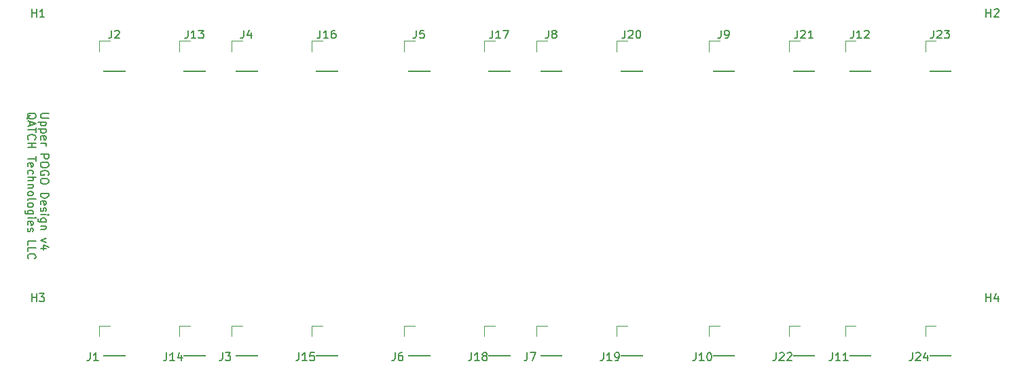
<source format=gbr>
%TF.GenerationSoftware,KiCad,Pcbnew,8.0.3*%
%TF.CreationDate,2024-06-21T15:22:52-04:00*%
%TF.ProjectId,UpperPOGO,55707065-7250-44f4-974f-2e6b69636164,v4*%
%TF.SameCoordinates,Original*%
%TF.FileFunction,Legend,Top*%
%TF.FilePolarity,Positive*%
%FSLAX46Y46*%
G04 Gerber Fmt 4.6, Leading zero omitted, Abs format (unit mm)*
G04 Created by KiCad (PCBNEW 8.0.3) date 2024-06-21 15:22:52*
%MOMM*%
%LPD*%
G01*
G04 APERTURE LIST*
%ADD10C,0.150000*%
%ADD11C,0.120000*%
G04 APERTURE END LIST*
D10*
X87833402Y-74699873D02*
X87023879Y-74699873D01*
X87023879Y-74699873D02*
X86928641Y-74747492D01*
X86928641Y-74747492D02*
X86881022Y-74795111D01*
X86881022Y-74795111D02*
X86833402Y-74890349D01*
X86833402Y-74890349D02*
X86833402Y-75080825D01*
X86833402Y-75080825D02*
X86881022Y-75176063D01*
X86881022Y-75176063D02*
X86928641Y-75223682D01*
X86928641Y-75223682D02*
X87023879Y-75271301D01*
X87023879Y-75271301D02*
X87833402Y-75271301D01*
X87500069Y-75747492D02*
X86500069Y-75747492D01*
X87452450Y-75747492D02*
X87500069Y-75842730D01*
X87500069Y-75842730D02*
X87500069Y-76033206D01*
X87500069Y-76033206D02*
X87452450Y-76128444D01*
X87452450Y-76128444D02*
X87404831Y-76176063D01*
X87404831Y-76176063D02*
X87309593Y-76223682D01*
X87309593Y-76223682D02*
X87023879Y-76223682D01*
X87023879Y-76223682D02*
X86928641Y-76176063D01*
X86928641Y-76176063D02*
X86881022Y-76128444D01*
X86881022Y-76128444D02*
X86833402Y-76033206D01*
X86833402Y-76033206D02*
X86833402Y-75842730D01*
X86833402Y-75842730D02*
X86881022Y-75747492D01*
X87500069Y-76652254D02*
X86500069Y-76652254D01*
X87452450Y-76652254D02*
X87500069Y-76747492D01*
X87500069Y-76747492D02*
X87500069Y-76937968D01*
X87500069Y-76937968D02*
X87452450Y-77033206D01*
X87452450Y-77033206D02*
X87404831Y-77080825D01*
X87404831Y-77080825D02*
X87309593Y-77128444D01*
X87309593Y-77128444D02*
X87023879Y-77128444D01*
X87023879Y-77128444D02*
X86928641Y-77080825D01*
X86928641Y-77080825D02*
X86881022Y-77033206D01*
X86881022Y-77033206D02*
X86833402Y-76937968D01*
X86833402Y-76937968D02*
X86833402Y-76747492D01*
X86833402Y-76747492D02*
X86881022Y-76652254D01*
X86881022Y-77937968D02*
X86833402Y-77842730D01*
X86833402Y-77842730D02*
X86833402Y-77652254D01*
X86833402Y-77652254D02*
X86881022Y-77557016D01*
X86881022Y-77557016D02*
X86976260Y-77509397D01*
X86976260Y-77509397D02*
X87357212Y-77509397D01*
X87357212Y-77509397D02*
X87452450Y-77557016D01*
X87452450Y-77557016D02*
X87500069Y-77652254D01*
X87500069Y-77652254D02*
X87500069Y-77842730D01*
X87500069Y-77842730D02*
X87452450Y-77937968D01*
X87452450Y-77937968D02*
X87357212Y-77985587D01*
X87357212Y-77985587D02*
X87261974Y-77985587D01*
X87261974Y-77985587D02*
X87166736Y-77509397D01*
X86833402Y-78414159D02*
X87500069Y-78414159D01*
X87309593Y-78414159D02*
X87404831Y-78461778D01*
X87404831Y-78461778D02*
X87452450Y-78509397D01*
X87452450Y-78509397D02*
X87500069Y-78604635D01*
X87500069Y-78604635D02*
X87500069Y-78699873D01*
X86833402Y-79795112D02*
X87833402Y-79795112D01*
X87833402Y-79795112D02*
X87833402Y-80176064D01*
X87833402Y-80176064D02*
X87785783Y-80271302D01*
X87785783Y-80271302D02*
X87738164Y-80318921D01*
X87738164Y-80318921D02*
X87642926Y-80366540D01*
X87642926Y-80366540D02*
X87500069Y-80366540D01*
X87500069Y-80366540D02*
X87404831Y-80318921D01*
X87404831Y-80318921D02*
X87357212Y-80271302D01*
X87357212Y-80271302D02*
X87309593Y-80176064D01*
X87309593Y-80176064D02*
X87309593Y-79795112D01*
X87833402Y-80985588D02*
X87833402Y-81176064D01*
X87833402Y-81176064D02*
X87785783Y-81271302D01*
X87785783Y-81271302D02*
X87690545Y-81366540D01*
X87690545Y-81366540D02*
X87500069Y-81414159D01*
X87500069Y-81414159D02*
X87166736Y-81414159D01*
X87166736Y-81414159D02*
X86976260Y-81366540D01*
X86976260Y-81366540D02*
X86881022Y-81271302D01*
X86881022Y-81271302D02*
X86833402Y-81176064D01*
X86833402Y-81176064D02*
X86833402Y-80985588D01*
X86833402Y-80985588D02*
X86881022Y-80890350D01*
X86881022Y-80890350D02*
X86976260Y-80795112D01*
X86976260Y-80795112D02*
X87166736Y-80747493D01*
X87166736Y-80747493D02*
X87500069Y-80747493D01*
X87500069Y-80747493D02*
X87690545Y-80795112D01*
X87690545Y-80795112D02*
X87785783Y-80890350D01*
X87785783Y-80890350D02*
X87833402Y-80985588D01*
X87785783Y-82366540D02*
X87833402Y-82271302D01*
X87833402Y-82271302D02*
X87833402Y-82128445D01*
X87833402Y-82128445D02*
X87785783Y-81985588D01*
X87785783Y-81985588D02*
X87690545Y-81890350D01*
X87690545Y-81890350D02*
X87595307Y-81842731D01*
X87595307Y-81842731D02*
X87404831Y-81795112D01*
X87404831Y-81795112D02*
X87261974Y-81795112D01*
X87261974Y-81795112D02*
X87071498Y-81842731D01*
X87071498Y-81842731D02*
X86976260Y-81890350D01*
X86976260Y-81890350D02*
X86881022Y-81985588D01*
X86881022Y-81985588D02*
X86833402Y-82128445D01*
X86833402Y-82128445D02*
X86833402Y-82223683D01*
X86833402Y-82223683D02*
X86881022Y-82366540D01*
X86881022Y-82366540D02*
X86928641Y-82414159D01*
X86928641Y-82414159D02*
X87261974Y-82414159D01*
X87261974Y-82414159D02*
X87261974Y-82223683D01*
X87833402Y-83033207D02*
X87833402Y-83223683D01*
X87833402Y-83223683D02*
X87785783Y-83318921D01*
X87785783Y-83318921D02*
X87690545Y-83414159D01*
X87690545Y-83414159D02*
X87500069Y-83461778D01*
X87500069Y-83461778D02*
X87166736Y-83461778D01*
X87166736Y-83461778D02*
X86976260Y-83414159D01*
X86976260Y-83414159D02*
X86881022Y-83318921D01*
X86881022Y-83318921D02*
X86833402Y-83223683D01*
X86833402Y-83223683D02*
X86833402Y-83033207D01*
X86833402Y-83033207D02*
X86881022Y-82937969D01*
X86881022Y-82937969D02*
X86976260Y-82842731D01*
X86976260Y-82842731D02*
X87166736Y-82795112D01*
X87166736Y-82795112D02*
X87500069Y-82795112D01*
X87500069Y-82795112D02*
X87690545Y-82842731D01*
X87690545Y-82842731D02*
X87785783Y-82937969D01*
X87785783Y-82937969D02*
X87833402Y-83033207D01*
X86833402Y-84652255D02*
X87833402Y-84652255D01*
X87833402Y-84652255D02*
X87833402Y-84890350D01*
X87833402Y-84890350D02*
X87785783Y-85033207D01*
X87785783Y-85033207D02*
X87690545Y-85128445D01*
X87690545Y-85128445D02*
X87595307Y-85176064D01*
X87595307Y-85176064D02*
X87404831Y-85223683D01*
X87404831Y-85223683D02*
X87261974Y-85223683D01*
X87261974Y-85223683D02*
X87071498Y-85176064D01*
X87071498Y-85176064D02*
X86976260Y-85128445D01*
X86976260Y-85128445D02*
X86881022Y-85033207D01*
X86881022Y-85033207D02*
X86833402Y-84890350D01*
X86833402Y-84890350D02*
X86833402Y-84652255D01*
X86881022Y-86033207D02*
X86833402Y-85937969D01*
X86833402Y-85937969D02*
X86833402Y-85747493D01*
X86833402Y-85747493D02*
X86881022Y-85652255D01*
X86881022Y-85652255D02*
X86976260Y-85604636D01*
X86976260Y-85604636D02*
X87357212Y-85604636D01*
X87357212Y-85604636D02*
X87452450Y-85652255D01*
X87452450Y-85652255D02*
X87500069Y-85747493D01*
X87500069Y-85747493D02*
X87500069Y-85937969D01*
X87500069Y-85937969D02*
X87452450Y-86033207D01*
X87452450Y-86033207D02*
X87357212Y-86080826D01*
X87357212Y-86080826D02*
X87261974Y-86080826D01*
X87261974Y-86080826D02*
X87166736Y-85604636D01*
X86881022Y-86461779D02*
X86833402Y-86557017D01*
X86833402Y-86557017D02*
X86833402Y-86747493D01*
X86833402Y-86747493D02*
X86881022Y-86842731D01*
X86881022Y-86842731D02*
X86976260Y-86890350D01*
X86976260Y-86890350D02*
X87023879Y-86890350D01*
X87023879Y-86890350D02*
X87119117Y-86842731D01*
X87119117Y-86842731D02*
X87166736Y-86747493D01*
X87166736Y-86747493D02*
X87166736Y-86604636D01*
X87166736Y-86604636D02*
X87214355Y-86509398D01*
X87214355Y-86509398D02*
X87309593Y-86461779D01*
X87309593Y-86461779D02*
X87357212Y-86461779D01*
X87357212Y-86461779D02*
X87452450Y-86509398D01*
X87452450Y-86509398D02*
X87500069Y-86604636D01*
X87500069Y-86604636D02*
X87500069Y-86747493D01*
X87500069Y-86747493D02*
X87452450Y-86842731D01*
X86833402Y-87318922D02*
X87500069Y-87318922D01*
X87833402Y-87318922D02*
X87785783Y-87271303D01*
X87785783Y-87271303D02*
X87738164Y-87318922D01*
X87738164Y-87318922D02*
X87785783Y-87366541D01*
X87785783Y-87366541D02*
X87833402Y-87318922D01*
X87833402Y-87318922D02*
X87738164Y-87318922D01*
X87500069Y-88223683D02*
X86690545Y-88223683D01*
X86690545Y-88223683D02*
X86595307Y-88176064D01*
X86595307Y-88176064D02*
X86547688Y-88128445D01*
X86547688Y-88128445D02*
X86500069Y-88033207D01*
X86500069Y-88033207D02*
X86500069Y-87890350D01*
X86500069Y-87890350D02*
X86547688Y-87795112D01*
X86881022Y-88223683D02*
X86833402Y-88128445D01*
X86833402Y-88128445D02*
X86833402Y-87937969D01*
X86833402Y-87937969D02*
X86881022Y-87842731D01*
X86881022Y-87842731D02*
X86928641Y-87795112D01*
X86928641Y-87795112D02*
X87023879Y-87747493D01*
X87023879Y-87747493D02*
X87309593Y-87747493D01*
X87309593Y-87747493D02*
X87404831Y-87795112D01*
X87404831Y-87795112D02*
X87452450Y-87842731D01*
X87452450Y-87842731D02*
X87500069Y-87937969D01*
X87500069Y-87937969D02*
X87500069Y-88128445D01*
X87500069Y-88128445D02*
X87452450Y-88223683D01*
X87500069Y-88699874D02*
X86833402Y-88699874D01*
X87404831Y-88699874D02*
X87452450Y-88747493D01*
X87452450Y-88747493D02*
X87500069Y-88842731D01*
X87500069Y-88842731D02*
X87500069Y-88985588D01*
X87500069Y-88985588D02*
X87452450Y-89080826D01*
X87452450Y-89080826D02*
X87357212Y-89128445D01*
X87357212Y-89128445D02*
X86833402Y-89128445D01*
X87500069Y-90271303D02*
X86833402Y-90509398D01*
X86833402Y-90509398D02*
X87500069Y-90747493D01*
X87500069Y-91557017D02*
X86833402Y-91557017D01*
X87881022Y-91318922D02*
X87166736Y-91080827D01*
X87166736Y-91080827D02*
X87166736Y-91699874D01*
X85128220Y-75366539D02*
X85175839Y-75271301D01*
X85175839Y-75271301D02*
X85271078Y-75176063D01*
X85271078Y-75176063D02*
X85413935Y-75033206D01*
X85413935Y-75033206D02*
X85461554Y-74937968D01*
X85461554Y-74937968D02*
X85461554Y-74842730D01*
X85223458Y-74890349D02*
X85271078Y-74795111D01*
X85271078Y-74795111D02*
X85366316Y-74699873D01*
X85366316Y-74699873D02*
X85556792Y-74652254D01*
X85556792Y-74652254D02*
X85890125Y-74652254D01*
X85890125Y-74652254D02*
X86080601Y-74699873D01*
X86080601Y-74699873D02*
X86175839Y-74795111D01*
X86175839Y-74795111D02*
X86223458Y-74890349D01*
X86223458Y-74890349D02*
X86223458Y-75080825D01*
X86223458Y-75080825D02*
X86175839Y-75176063D01*
X86175839Y-75176063D02*
X86080601Y-75271301D01*
X86080601Y-75271301D02*
X85890125Y-75318920D01*
X85890125Y-75318920D02*
X85556792Y-75318920D01*
X85556792Y-75318920D02*
X85366316Y-75271301D01*
X85366316Y-75271301D02*
X85271078Y-75176063D01*
X85271078Y-75176063D02*
X85223458Y-75080825D01*
X85223458Y-75080825D02*
X85223458Y-74890349D01*
X85509173Y-75699873D02*
X85509173Y-76176063D01*
X85223458Y-75604635D02*
X86223458Y-75937968D01*
X86223458Y-75937968D02*
X85223458Y-76271301D01*
X86223458Y-76461778D02*
X86223458Y-77033206D01*
X85223458Y-76747492D02*
X86223458Y-76747492D01*
X85318697Y-77937968D02*
X85271078Y-77890349D01*
X85271078Y-77890349D02*
X85223458Y-77747492D01*
X85223458Y-77747492D02*
X85223458Y-77652254D01*
X85223458Y-77652254D02*
X85271078Y-77509397D01*
X85271078Y-77509397D02*
X85366316Y-77414159D01*
X85366316Y-77414159D02*
X85461554Y-77366540D01*
X85461554Y-77366540D02*
X85652030Y-77318921D01*
X85652030Y-77318921D02*
X85794887Y-77318921D01*
X85794887Y-77318921D02*
X85985363Y-77366540D01*
X85985363Y-77366540D02*
X86080601Y-77414159D01*
X86080601Y-77414159D02*
X86175839Y-77509397D01*
X86175839Y-77509397D02*
X86223458Y-77652254D01*
X86223458Y-77652254D02*
X86223458Y-77747492D01*
X86223458Y-77747492D02*
X86175839Y-77890349D01*
X86175839Y-77890349D02*
X86128220Y-77937968D01*
X85223458Y-78366540D02*
X86223458Y-78366540D01*
X85747268Y-78366540D02*
X85747268Y-78937968D01*
X85223458Y-78937968D02*
X86223458Y-78937968D01*
X86223458Y-80033207D02*
X86223458Y-80604635D01*
X85223458Y-80318921D02*
X86223458Y-80318921D01*
X85271078Y-81318921D02*
X85223458Y-81223683D01*
X85223458Y-81223683D02*
X85223458Y-81033207D01*
X85223458Y-81033207D02*
X85271078Y-80937969D01*
X85271078Y-80937969D02*
X85366316Y-80890350D01*
X85366316Y-80890350D02*
X85747268Y-80890350D01*
X85747268Y-80890350D02*
X85842506Y-80937969D01*
X85842506Y-80937969D02*
X85890125Y-81033207D01*
X85890125Y-81033207D02*
X85890125Y-81223683D01*
X85890125Y-81223683D02*
X85842506Y-81318921D01*
X85842506Y-81318921D02*
X85747268Y-81366540D01*
X85747268Y-81366540D02*
X85652030Y-81366540D01*
X85652030Y-81366540D02*
X85556792Y-80890350D01*
X85271078Y-82223683D02*
X85223458Y-82128445D01*
X85223458Y-82128445D02*
X85223458Y-81937969D01*
X85223458Y-81937969D02*
X85271078Y-81842731D01*
X85271078Y-81842731D02*
X85318697Y-81795112D01*
X85318697Y-81795112D02*
X85413935Y-81747493D01*
X85413935Y-81747493D02*
X85699649Y-81747493D01*
X85699649Y-81747493D02*
X85794887Y-81795112D01*
X85794887Y-81795112D02*
X85842506Y-81842731D01*
X85842506Y-81842731D02*
X85890125Y-81937969D01*
X85890125Y-81937969D02*
X85890125Y-82128445D01*
X85890125Y-82128445D02*
X85842506Y-82223683D01*
X85223458Y-82652255D02*
X86223458Y-82652255D01*
X85223458Y-83080826D02*
X85747268Y-83080826D01*
X85747268Y-83080826D02*
X85842506Y-83033207D01*
X85842506Y-83033207D02*
X85890125Y-82937969D01*
X85890125Y-82937969D02*
X85890125Y-82795112D01*
X85890125Y-82795112D02*
X85842506Y-82699874D01*
X85842506Y-82699874D02*
X85794887Y-82652255D01*
X85890125Y-83557017D02*
X85223458Y-83557017D01*
X85794887Y-83557017D02*
X85842506Y-83604636D01*
X85842506Y-83604636D02*
X85890125Y-83699874D01*
X85890125Y-83699874D02*
X85890125Y-83842731D01*
X85890125Y-83842731D02*
X85842506Y-83937969D01*
X85842506Y-83937969D02*
X85747268Y-83985588D01*
X85747268Y-83985588D02*
X85223458Y-83985588D01*
X85223458Y-84604636D02*
X85271078Y-84509398D01*
X85271078Y-84509398D02*
X85318697Y-84461779D01*
X85318697Y-84461779D02*
X85413935Y-84414160D01*
X85413935Y-84414160D02*
X85699649Y-84414160D01*
X85699649Y-84414160D02*
X85794887Y-84461779D01*
X85794887Y-84461779D02*
X85842506Y-84509398D01*
X85842506Y-84509398D02*
X85890125Y-84604636D01*
X85890125Y-84604636D02*
X85890125Y-84747493D01*
X85890125Y-84747493D02*
X85842506Y-84842731D01*
X85842506Y-84842731D02*
X85794887Y-84890350D01*
X85794887Y-84890350D02*
X85699649Y-84937969D01*
X85699649Y-84937969D02*
X85413935Y-84937969D01*
X85413935Y-84937969D02*
X85318697Y-84890350D01*
X85318697Y-84890350D02*
X85271078Y-84842731D01*
X85271078Y-84842731D02*
X85223458Y-84747493D01*
X85223458Y-84747493D02*
X85223458Y-84604636D01*
X85223458Y-85509398D02*
X85271078Y-85414160D01*
X85271078Y-85414160D02*
X85366316Y-85366541D01*
X85366316Y-85366541D02*
X86223458Y-85366541D01*
X85223458Y-86033208D02*
X85271078Y-85937970D01*
X85271078Y-85937970D02*
X85318697Y-85890351D01*
X85318697Y-85890351D02*
X85413935Y-85842732D01*
X85413935Y-85842732D02*
X85699649Y-85842732D01*
X85699649Y-85842732D02*
X85794887Y-85890351D01*
X85794887Y-85890351D02*
X85842506Y-85937970D01*
X85842506Y-85937970D02*
X85890125Y-86033208D01*
X85890125Y-86033208D02*
X85890125Y-86176065D01*
X85890125Y-86176065D02*
X85842506Y-86271303D01*
X85842506Y-86271303D02*
X85794887Y-86318922D01*
X85794887Y-86318922D02*
X85699649Y-86366541D01*
X85699649Y-86366541D02*
X85413935Y-86366541D01*
X85413935Y-86366541D02*
X85318697Y-86318922D01*
X85318697Y-86318922D02*
X85271078Y-86271303D01*
X85271078Y-86271303D02*
X85223458Y-86176065D01*
X85223458Y-86176065D02*
X85223458Y-86033208D01*
X85890125Y-87223684D02*
X85080601Y-87223684D01*
X85080601Y-87223684D02*
X84985363Y-87176065D01*
X84985363Y-87176065D02*
X84937744Y-87128446D01*
X84937744Y-87128446D02*
X84890125Y-87033208D01*
X84890125Y-87033208D02*
X84890125Y-86890351D01*
X84890125Y-86890351D02*
X84937744Y-86795113D01*
X85271078Y-87223684D02*
X85223458Y-87128446D01*
X85223458Y-87128446D02*
X85223458Y-86937970D01*
X85223458Y-86937970D02*
X85271078Y-86842732D01*
X85271078Y-86842732D02*
X85318697Y-86795113D01*
X85318697Y-86795113D02*
X85413935Y-86747494D01*
X85413935Y-86747494D02*
X85699649Y-86747494D01*
X85699649Y-86747494D02*
X85794887Y-86795113D01*
X85794887Y-86795113D02*
X85842506Y-86842732D01*
X85842506Y-86842732D02*
X85890125Y-86937970D01*
X85890125Y-86937970D02*
X85890125Y-87128446D01*
X85890125Y-87128446D02*
X85842506Y-87223684D01*
X85223458Y-87699875D02*
X85890125Y-87699875D01*
X86223458Y-87699875D02*
X86175839Y-87652256D01*
X86175839Y-87652256D02*
X86128220Y-87699875D01*
X86128220Y-87699875D02*
X86175839Y-87747494D01*
X86175839Y-87747494D02*
X86223458Y-87699875D01*
X86223458Y-87699875D02*
X86128220Y-87699875D01*
X85271078Y-88557017D02*
X85223458Y-88461779D01*
X85223458Y-88461779D02*
X85223458Y-88271303D01*
X85223458Y-88271303D02*
X85271078Y-88176065D01*
X85271078Y-88176065D02*
X85366316Y-88128446D01*
X85366316Y-88128446D02*
X85747268Y-88128446D01*
X85747268Y-88128446D02*
X85842506Y-88176065D01*
X85842506Y-88176065D02*
X85890125Y-88271303D01*
X85890125Y-88271303D02*
X85890125Y-88461779D01*
X85890125Y-88461779D02*
X85842506Y-88557017D01*
X85842506Y-88557017D02*
X85747268Y-88604636D01*
X85747268Y-88604636D02*
X85652030Y-88604636D01*
X85652030Y-88604636D02*
X85556792Y-88128446D01*
X85271078Y-88985589D02*
X85223458Y-89080827D01*
X85223458Y-89080827D02*
X85223458Y-89271303D01*
X85223458Y-89271303D02*
X85271078Y-89366541D01*
X85271078Y-89366541D02*
X85366316Y-89414160D01*
X85366316Y-89414160D02*
X85413935Y-89414160D01*
X85413935Y-89414160D02*
X85509173Y-89366541D01*
X85509173Y-89366541D02*
X85556792Y-89271303D01*
X85556792Y-89271303D02*
X85556792Y-89128446D01*
X85556792Y-89128446D02*
X85604411Y-89033208D01*
X85604411Y-89033208D02*
X85699649Y-88985589D01*
X85699649Y-88985589D02*
X85747268Y-88985589D01*
X85747268Y-88985589D02*
X85842506Y-89033208D01*
X85842506Y-89033208D02*
X85890125Y-89128446D01*
X85890125Y-89128446D02*
X85890125Y-89271303D01*
X85890125Y-89271303D02*
X85842506Y-89366541D01*
X85223458Y-91080827D02*
X85223458Y-90604637D01*
X85223458Y-90604637D02*
X86223458Y-90604637D01*
X85223458Y-91890351D02*
X85223458Y-91414161D01*
X85223458Y-91414161D02*
X86223458Y-91414161D01*
X85318697Y-92795113D02*
X85271078Y-92747494D01*
X85271078Y-92747494D02*
X85223458Y-92604637D01*
X85223458Y-92604637D02*
X85223458Y-92509399D01*
X85223458Y-92509399D02*
X85271078Y-92366542D01*
X85271078Y-92366542D02*
X85366316Y-92271304D01*
X85366316Y-92271304D02*
X85461554Y-92223685D01*
X85461554Y-92223685D02*
X85652030Y-92176066D01*
X85652030Y-92176066D02*
X85794887Y-92176066D01*
X85794887Y-92176066D02*
X85985363Y-92223685D01*
X85985363Y-92223685D02*
X86080601Y-92271304D01*
X86080601Y-92271304D02*
X86175839Y-92366542D01*
X86175839Y-92366542D02*
X86223458Y-92509399D01*
X86223458Y-92509399D02*
X86223458Y-92604637D01*
X86223458Y-92604637D02*
X86175839Y-92747494D01*
X86175839Y-92747494D02*
X86128220Y-92795113D01*
X85738095Y-62654819D02*
X85738095Y-61654819D01*
X85738095Y-62131009D02*
X86309523Y-62131009D01*
X86309523Y-62654819D02*
X86309523Y-61654819D01*
X87309523Y-62654819D02*
X86738095Y-62654819D01*
X87023809Y-62654819D02*
X87023809Y-61654819D01*
X87023809Y-61654819D02*
X86928571Y-61797676D01*
X86928571Y-61797676D02*
X86833333Y-61892914D01*
X86833333Y-61892914D02*
X86738095Y-61940533D01*
X85738095Y-98154819D02*
X85738095Y-97154819D01*
X85738095Y-97631009D02*
X86309523Y-97631009D01*
X86309523Y-98154819D02*
X86309523Y-97154819D01*
X86690476Y-97154819D02*
X87309523Y-97154819D01*
X87309523Y-97154819D02*
X86976190Y-97535771D01*
X86976190Y-97535771D02*
X87119047Y-97535771D01*
X87119047Y-97535771D02*
X87214285Y-97583390D01*
X87214285Y-97583390D02*
X87261904Y-97631009D01*
X87261904Y-97631009D02*
X87309523Y-97726247D01*
X87309523Y-97726247D02*
X87309523Y-97964342D01*
X87309523Y-97964342D02*
X87261904Y-98059580D01*
X87261904Y-98059580D02*
X87214285Y-98107200D01*
X87214285Y-98107200D02*
X87119047Y-98154819D01*
X87119047Y-98154819D02*
X86833333Y-98154819D01*
X86833333Y-98154819D02*
X86738095Y-98107200D01*
X86738095Y-98107200D02*
X86690476Y-98059580D01*
X204738095Y-98154819D02*
X204738095Y-97154819D01*
X204738095Y-97631009D02*
X205309523Y-97631009D01*
X205309523Y-98154819D02*
X205309523Y-97154819D01*
X206214285Y-97488152D02*
X206214285Y-98154819D01*
X205976190Y-97107200D02*
X205738095Y-97821485D01*
X205738095Y-97821485D02*
X206357142Y-97821485D01*
X204738095Y-62654819D02*
X204738095Y-61654819D01*
X204738095Y-62131009D02*
X205309523Y-62131009D01*
X205309523Y-62654819D02*
X205309523Y-61654819D01*
X205738095Y-61750057D02*
X205785714Y-61702438D01*
X205785714Y-61702438D02*
X205880952Y-61654819D01*
X205880952Y-61654819D02*
X206119047Y-61654819D01*
X206119047Y-61654819D02*
X206214285Y-61702438D01*
X206214285Y-61702438D02*
X206261904Y-61750057D01*
X206261904Y-61750057D02*
X206309523Y-61845295D01*
X206309523Y-61845295D02*
X206309523Y-61940533D01*
X206309523Y-61940533D02*
X206261904Y-62083390D01*
X206261904Y-62083390D02*
X205690476Y-62654819D01*
X205690476Y-62654819D02*
X206309523Y-62654819D01*
X93016666Y-104504819D02*
X93016666Y-105219104D01*
X93016666Y-105219104D02*
X92969047Y-105361961D01*
X92969047Y-105361961D02*
X92873809Y-105457200D01*
X92873809Y-105457200D02*
X92730952Y-105504819D01*
X92730952Y-105504819D02*
X92635714Y-105504819D01*
X94016666Y-105504819D02*
X93445238Y-105504819D01*
X93730952Y-105504819D02*
X93730952Y-104504819D01*
X93730952Y-104504819D02*
X93635714Y-104647676D01*
X93635714Y-104647676D02*
X93540476Y-104742914D01*
X93540476Y-104742914D02*
X93445238Y-104790533D01*
X95666666Y-64304819D02*
X95666666Y-65019104D01*
X95666666Y-65019104D02*
X95619047Y-65161961D01*
X95619047Y-65161961D02*
X95523809Y-65257200D01*
X95523809Y-65257200D02*
X95380952Y-65304819D01*
X95380952Y-65304819D02*
X95285714Y-65304819D01*
X96095238Y-64400057D02*
X96142857Y-64352438D01*
X96142857Y-64352438D02*
X96238095Y-64304819D01*
X96238095Y-64304819D02*
X96476190Y-64304819D01*
X96476190Y-64304819D02*
X96571428Y-64352438D01*
X96571428Y-64352438D02*
X96619047Y-64400057D01*
X96619047Y-64400057D02*
X96666666Y-64495295D01*
X96666666Y-64495295D02*
X96666666Y-64590533D01*
X96666666Y-64590533D02*
X96619047Y-64733390D01*
X96619047Y-64733390D02*
X96047619Y-65304819D01*
X96047619Y-65304819D02*
X96666666Y-65304819D01*
X109516666Y-104504819D02*
X109516666Y-105219104D01*
X109516666Y-105219104D02*
X109469047Y-105361961D01*
X109469047Y-105361961D02*
X109373809Y-105457200D01*
X109373809Y-105457200D02*
X109230952Y-105504819D01*
X109230952Y-105504819D02*
X109135714Y-105504819D01*
X109897619Y-104504819D02*
X110516666Y-104504819D01*
X110516666Y-104504819D02*
X110183333Y-104885771D01*
X110183333Y-104885771D02*
X110326190Y-104885771D01*
X110326190Y-104885771D02*
X110421428Y-104933390D01*
X110421428Y-104933390D02*
X110469047Y-104981009D01*
X110469047Y-104981009D02*
X110516666Y-105076247D01*
X110516666Y-105076247D02*
X110516666Y-105314342D01*
X110516666Y-105314342D02*
X110469047Y-105409580D01*
X110469047Y-105409580D02*
X110421428Y-105457200D01*
X110421428Y-105457200D02*
X110326190Y-105504819D01*
X110326190Y-105504819D02*
X110040476Y-105504819D01*
X110040476Y-105504819D02*
X109945238Y-105457200D01*
X109945238Y-105457200D02*
X109897619Y-105409580D01*
X112166666Y-64304819D02*
X112166666Y-65019104D01*
X112166666Y-65019104D02*
X112119047Y-65161961D01*
X112119047Y-65161961D02*
X112023809Y-65257200D01*
X112023809Y-65257200D02*
X111880952Y-65304819D01*
X111880952Y-65304819D02*
X111785714Y-65304819D01*
X113071428Y-64638152D02*
X113071428Y-65304819D01*
X112833333Y-64257200D02*
X112595238Y-64971485D01*
X112595238Y-64971485D02*
X113214285Y-64971485D01*
X133666666Y-64304819D02*
X133666666Y-65019104D01*
X133666666Y-65019104D02*
X133619047Y-65161961D01*
X133619047Y-65161961D02*
X133523809Y-65257200D01*
X133523809Y-65257200D02*
X133380952Y-65304819D01*
X133380952Y-65304819D02*
X133285714Y-65304819D01*
X134619047Y-64304819D02*
X134142857Y-64304819D01*
X134142857Y-64304819D02*
X134095238Y-64781009D01*
X134095238Y-64781009D02*
X134142857Y-64733390D01*
X134142857Y-64733390D02*
X134238095Y-64685771D01*
X134238095Y-64685771D02*
X134476190Y-64685771D01*
X134476190Y-64685771D02*
X134571428Y-64733390D01*
X134571428Y-64733390D02*
X134619047Y-64781009D01*
X134619047Y-64781009D02*
X134666666Y-64876247D01*
X134666666Y-64876247D02*
X134666666Y-65114342D01*
X134666666Y-65114342D02*
X134619047Y-65209580D01*
X134619047Y-65209580D02*
X134571428Y-65257200D01*
X134571428Y-65257200D02*
X134476190Y-65304819D01*
X134476190Y-65304819D02*
X134238095Y-65304819D01*
X134238095Y-65304819D02*
X134142857Y-65257200D01*
X134142857Y-65257200D02*
X134095238Y-65209580D01*
X131016666Y-104504819D02*
X131016666Y-105219104D01*
X131016666Y-105219104D02*
X130969047Y-105361961D01*
X130969047Y-105361961D02*
X130873809Y-105457200D01*
X130873809Y-105457200D02*
X130730952Y-105504819D01*
X130730952Y-105504819D02*
X130635714Y-105504819D01*
X131921428Y-104504819D02*
X131730952Y-104504819D01*
X131730952Y-104504819D02*
X131635714Y-104552438D01*
X131635714Y-104552438D02*
X131588095Y-104600057D01*
X131588095Y-104600057D02*
X131492857Y-104742914D01*
X131492857Y-104742914D02*
X131445238Y-104933390D01*
X131445238Y-104933390D02*
X131445238Y-105314342D01*
X131445238Y-105314342D02*
X131492857Y-105409580D01*
X131492857Y-105409580D02*
X131540476Y-105457200D01*
X131540476Y-105457200D02*
X131635714Y-105504819D01*
X131635714Y-105504819D02*
X131826190Y-105504819D01*
X131826190Y-105504819D02*
X131921428Y-105457200D01*
X131921428Y-105457200D02*
X131969047Y-105409580D01*
X131969047Y-105409580D02*
X132016666Y-105314342D01*
X132016666Y-105314342D02*
X132016666Y-105076247D01*
X132016666Y-105076247D02*
X131969047Y-104981009D01*
X131969047Y-104981009D02*
X131921428Y-104933390D01*
X131921428Y-104933390D02*
X131826190Y-104885771D01*
X131826190Y-104885771D02*
X131635714Y-104885771D01*
X131635714Y-104885771D02*
X131540476Y-104933390D01*
X131540476Y-104933390D02*
X131492857Y-104981009D01*
X131492857Y-104981009D02*
X131445238Y-105076247D01*
X147516666Y-104504819D02*
X147516666Y-105219104D01*
X147516666Y-105219104D02*
X147469047Y-105361961D01*
X147469047Y-105361961D02*
X147373809Y-105457200D01*
X147373809Y-105457200D02*
X147230952Y-105504819D01*
X147230952Y-105504819D02*
X147135714Y-105504819D01*
X147897619Y-104504819D02*
X148564285Y-104504819D01*
X148564285Y-104504819D02*
X148135714Y-105504819D01*
X150166666Y-64304819D02*
X150166666Y-65019104D01*
X150166666Y-65019104D02*
X150119047Y-65161961D01*
X150119047Y-65161961D02*
X150023809Y-65257200D01*
X150023809Y-65257200D02*
X149880952Y-65304819D01*
X149880952Y-65304819D02*
X149785714Y-65304819D01*
X150785714Y-64733390D02*
X150690476Y-64685771D01*
X150690476Y-64685771D02*
X150642857Y-64638152D01*
X150642857Y-64638152D02*
X150595238Y-64542914D01*
X150595238Y-64542914D02*
X150595238Y-64495295D01*
X150595238Y-64495295D02*
X150642857Y-64400057D01*
X150642857Y-64400057D02*
X150690476Y-64352438D01*
X150690476Y-64352438D02*
X150785714Y-64304819D01*
X150785714Y-64304819D02*
X150976190Y-64304819D01*
X150976190Y-64304819D02*
X151071428Y-64352438D01*
X151071428Y-64352438D02*
X151119047Y-64400057D01*
X151119047Y-64400057D02*
X151166666Y-64495295D01*
X151166666Y-64495295D02*
X151166666Y-64542914D01*
X151166666Y-64542914D02*
X151119047Y-64638152D01*
X151119047Y-64638152D02*
X151071428Y-64685771D01*
X151071428Y-64685771D02*
X150976190Y-64733390D01*
X150976190Y-64733390D02*
X150785714Y-64733390D01*
X150785714Y-64733390D02*
X150690476Y-64781009D01*
X150690476Y-64781009D02*
X150642857Y-64828628D01*
X150642857Y-64828628D02*
X150595238Y-64923866D01*
X150595238Y-64923866D02*
X150595238Y-65114342D01*
X150595238Y-65114342D02*
X150642857Y-65209580D01*
X150642857Y-65209580D02*
X150690476Y-65257200D01*
X150690476Y-65257200D02*
X150785714Y-65304819D01*
X150785714Y-65304819D02*
X150976190Y-65304819D01*
X150976190Y-65304819D02*
X151071428Y-65257200D01*
X151071428Y-65257200D02*
X151119047Y-65209580D01*
X151119047Y-65209580D02*
X151166666Y-65114342D01*
X151166666Y-65114342D02*
X151166666Y-64923866D01*
X151166666Y-64923866D02*
X151119047Y-64828628D01*
X151119047Y-64828628D02*
X151071428Y-64781009D01*
X151071428Y-64781009D02*
X150976190Y-64733390D01*
X171666666Y-64304819D02*
X171666666Y-65019104D01*
X171666666Y-65019104D02*
X171619047Y-65161961D01*
X171619047Y-65161961D02*
X171523809Y-65257200D01*
X171523809Y-65257200D02*
X171380952Y-65304819D01*
X171380952Y-65304819D02*
X171285714Y-65304819D01*
X172190476Y-65304819D02*
X172380952Y-65304819D01*
X172380952Y-65304819D02*
X172476190Y-65257200D01*
X172476190Y-65257200D02*
X172523809Y-65209580D01*
X172523809Y-65209580D02*
X172619047Y-65066723D01*
X172619047Y-65066723D02*
X172666666Y-64876247D01*
X172666666Y-64876247D02*
X172666666Y-64495295D01*
X172666666Y-64495295D02*
X172619047Y-64400057D01*
X172619047Y-64400057D02*
X172571428Y-64352438D01*
X172571428Y-64352438D02*
X172476190Y-64304819D01*
X172476190Y-64304819D02*
X172285714Y-64304819D01*
X172285714Y-64304819D02*
X172190476Y-64352438D01*
X172190476Y-64352438D02*
X172142857Y-64400057D01*
X172142857Y-64400057D02*
X172095238Y-64495295D01*
X172095238Y-64495295D02*
X172095238Y-64733390D01*
X172095238Y-64733390D02*
X172142857Y-64828628D01*
X172142857Y-64828628D02*
X172190476Y-64876247D01*
X172190476Y-64876247D02*
X172285714Y-64923866D01*
X172285714Y-64923866D02*
X172476190Y-64923866D01*
X172476190Y-64923866D02*
X172571428Y-64876247D01*
X172571428Y-64876247D02*
X172619047Y-64828628D01*
X172619047Y-64828628D02*
X172666666Y-64733390D01*
X168540476Y-104504819D02*
X168540476Y-105219104D01*
X168540476Y-105219104D02*
X168492857Y-105361961D01*
X168492857Y-105361961D02*
X168397619Y-105457200D01*
X168397619Y-105457200D02*
X168254762Y-105504819D01*
X168254762Y-105504819D02*
X168159524Y-105504819D01*
X169540476Y-105504819D02*
X168969048Y-105504819D01*
X169254762Y-105504819D02*
X169254762Y-104504819D01*
X169254762Y-104504819D02*
X169159524Y-104647676D01*
X169159524Y-104647676D02*
X169064286Y-104742914D01*
X169064286Y-104742914D02*
X168969048Y-104790533D01*
X170159524Y-104504819D02*
X170254762Y-104504819D01*
X170254762Y-104504819D02*
X170350000Y-104552438D01*
X170350000Y-104552438D02*
X170397619Y-104600057D01*
X170397619Y-104600057D02*
X170445238Y-104695295D01*
X170445238Y-104695295D02*
X170492857Y-104885771D01*
X170492857Y-104885771D02*
X170492857Y-105123866D01*
X170492857Y-105123866D02*
X170445238Y-105314342D01*
X170445238Y-105314342D02*
X170397619Y-105409580D01*
X170397619Y-105409580D02*
X170350000Y-105457200D01*
X170350000Y-105457200D02*
X170254762Y-105504819D01*
X170254762Y-105504819D02*
X170159524Y-105504819D01*
X170159524Y-105504819D02*
X170064286Y-105457200D01*
X170064286Y-105457200D02*
X170016667Y-105409580D01*
X170016667Y-105409580D02*
X169969048Y-105314342D01*
X169969048Y-105314342D02*
X169921429Y-105123866D01*
X169921429Y-105123866D02*
X169921429Y-104885771D01*
X169921429Y-104885771D02*
X169969048Y-104695295D01*
X169969048Y-104695295D02*
X170016667Y-104600057D01*
X170016667Y-104600057D02*
X170064286Y-104552438D01*
X170064286Y-104552438D02*
X170159524Y-104504819D01*
X185540476Y-104504819D02*
X185540476Y-105219104D01*
X185540476Y-105219104D02*
X185492857Y-105361961D01*
X185492857Y-105361961D02*
X185397619Y-105457200D01*
X185397619Y-105457200D02*
X185254762Y-105504819D01*
X185254762Y-105504819D02*
X185159524Y-105504819D01*
X186540476Y-105504819D02*
X185969048Y-105504819D01*
X186254762Y-105504819D02*
X186254762Y-104504819D01*
X186254762Y-104504819D02*
X186159524Y-104647676D01*
X186159524Y-104647676D02*
X186064286Y-104742914D01*
X186064286Y-104742914D02*
X185969048Y-104790533D01*
X187492857Y-105504819D02*
X186921429Y-105504819D01*
X187207143Y-105504819D02*
X187207143Y-104504819D01*
X187207143Y-104504819D02*
X187111905Y-104647676D01*
X187111905Y-104647676D02*
X187016667Y-104742914D01*
X187016667Y-104742914D02*
X186921429Y-104790533D01*
X188190476Y-64304819D02*
X188190476Y-65019104D01*
X188190476Y-65019104D02*
X188142857Y-65161961D01*
X188142857Y-65161961D02*
X188047619Y-65257200D01*
X188047619Y-65257200D02*
X187904762Y-65304819D01*
X187904762Y-65304819D02*
X187809524Y-65304819D01*
X189190476Y-65304819D02*
X188619048Y-65304819D01*
X188904762Y-65304819D02*
X188904762Y-64304819D01*
X188904762Y-64304819D02*
X188809524Y-64447676D01*
X188809524Y-64447676D02*
X188714286Y-64542914D01*
X188714286Y-64542914D02*
X188619048Y-64590533D01*
X189571429Y-64400057D02*
X189619048Y-64352438D01*
X189619048Y-64352438D02*
X189714286Y-64304819D01*
X189714286Y-64304819D02*
X189952381Y-64304819D01*
X189952381Y-64304819D02*
X190047619Y-64352438D01*
X190047619Y-64352438D02*
X190095238Y-64400057D01*
X190095238Y-64400057D02*
X190142857Y-64495295D01*
X190142857Y-64495295D02*
X190142857Y-64590533D01*
X190142857Y-64590533D02*
X190095238Y-64733390D01*
X190095238Y-64733390D02*
X189523810Y-65304819D01*
X189523810Y-65304819D02*
X190142857Y-65304819D01*
X105190476Y-64304819D02*
X105190476Y-65019104D01*
X105190476Y-65019104D02*
X105142857Y-65161961D01*
X105142857Y-65161961D02*
X105047619Y-65257200D01*
X105047619Y-65257200D02*
X104904762Y-65304819D01*
X104904762Y-65304819D02*
X104809524Y-65304819D01*
X106190476Y-65304819D02*
X105619048Y-65304819D01*
X105904762Y-65304819D02*
X105904762Y-64304819D01*
X105904762Y-64304819D02*
X105809524Y-64447676D01*
X105809524Y-64447676D02*
X105714286Y-64542914D01*
X105714286Y-64542914D02*
X105619048Y-64590533D01*
X106523810Y-64304819D02*
X107142857Y-64304819D01*
X107142857Y-64304819D02*
X106809524Y-64685771D01*
X106809524Y-64685771D02*
X106952381Y-64685771D01*
X106952381Y-64685771D02*
X107047619Y-64733390D01*
X107047619Y-64733390D02*
X107095238Y-64781009D01*
X107095238Y-64781009D02*
X107142857Y-64876247D01*
X107142857Y-64876247D02*
X107142857Y-65114342D01*
X107142857Y-65114342D02*
X107095238Y-65209580D01*
X107095238Y-65209580D02*
X107047619Y-65257200D01*
X107047619Y-65257200D02*
X106952381Y-65304819D01*
X106952381Y-65304819D02*
X106666667Y-65304819D01*
X106666667Y-65304819D02*
X106571429Y-65257200D01*
X106571429Y-65257200D02*
X106523810Y-65209580D01*
X102540476Y-104504819D02*
X102540476Y-105219104D01*
X102540476Y-105219104D02*
X102492857Y-105361961D01*
X102492857Y-105361961D02*
X102397619Y-105457200D01*
X102397619Y-105457200D02*
X102254762Y-105504819D01*
X102254762Y-105504819D02*
X102159524Y-105504819D01*
X103540476Y-105504819D02*
X102969048Y-105504819D01*
X103254762Y-105504819D02*
X103254762Y-104504819D01*
X103254762Y-104504819D02*
X103159524Y-104647676D01*
X103159524Y-104647676D02*
X103064286Y-104742914D01*
X103064286Y-104742914D02*
X102969048Y-104790533D01*
X104397619Y-104838152D02*
X104397619Y-105504819D01*
X104159524Y-104457200D02*
X103921429Y-105171485D01*
X103921429Y-105171485D02*
X104540476Y-105171485D01*
X119040476Y-104504819D02*
X119040476Y-105219104D01*
X119040476Y-105219104D02*
X118992857Y-105361961D01*
X118992857Y-105361961D02*
X118897619Y-105457200D01*
X118897619Y-105457200D02*
X118754762Y-105504819D01*
X118754762Y-105504819D02*
X118659524Y-105504819D01*
X120040476Y-105504819D02*
X119469048Y-105504819D01*
X119754762Y-105504819D02*
X119754762Y-104504819D01*
X119754762Y-104504819D02*
X119659524Y-104647676D01*
X119659524Y-104647676D02*
X119564286Y-104742914D01*
X119564286Y-104742914D02*
X119469048Y-104790533D01*
X120945238Y-104504819D02*
X120469048Y-104504819D01*
X120469048Y-104504819D02*
X120421429Y-104981009D01*
X120421429Y-104981009D02*
X120469048Y-104933390D01*
X120469048Y-104933390D02*
X120564286Y-104885771D01*
X120564286Y-104885771D02*
X120802381Y-104885771D01*
X120802381Y-104885771D02*
X120897619Y-104933390D01*
X120897619Y-104933390D02*
X120945238Y-104981009D01*
X120945238Y-104981009D02*
X120992857Y-105076247D01*
X120992857Y-105076247D02*
X120992857Y-105314342D01*
X120992857Y-105314342D02*
X120945238Y-105409580D01*
X120945238Y-105409580D02*
X120897619Y-105457200D01*
X120897619Y-105457200D02*
X120802381Y-105504819D01*
X120802381Y-105504819D02*
X120564286Y-105504819D01*
X120564286Y-105504819D02*
X120469048Y-105457200D01*
X120469048Y-105457200D02*
X120421429Y-105409580D01*
X121690476Y-64304819D02*
X121690476Y-65019104D01*
X121690476Y-65019104D02*
X121642857Y-65161961D01*
X121642857Y-65161961D02*
X121547619Y-65257200D01*
X121547619Y-65257200D02*
X121404762Y-65304819D01*
X121404762Y-65304819D02*
X121309524Y-65304819D01*
X122690476Y-65304819D02*
X122119048Y-65304819D01*
X122404762Y-65304819D02*
X122404762Y-64304819D01*
X122404762Y-64304819D02*
X122309524Y-64447676D01*
X122309524Y-64447676D02*
X122214286Y-64542914D01*
X122214286Y-64542914D02*
X122119048Y-64590533D01*
X123547619Y-64304819D02*
X123357143Y-64304819D01*
X123357143Y-64304819D02*
X123261905Y-64352438D01*
X123261905Y-64352438D02*
X123214286Y-64400057D01*
X123214286Y-64400057D02*
X123119048Y-64542914D01*
X123119048Y-64542914D02*
X123071429Y-64733390D01*
X123071429Y-64733390D02*
X123071429Y-65114342D01*
X123071429Y-65114342D02*
X123119048Y-65209580D01*
X123119048Y-65209580D02*
X123166667Y-65257200D01*
X123166667Y-65257200D02*
X123261905Y-65304819D01*
X123261905Y-65304819D02*
X123452381Y-65304819D01*
X123452381Y-65304819D02*
X123547619Y-65257200D01*
X123547619Y-65257200D02*
X123595238Y-65209580D01*
X123595238Y-65209580D02*
X123642857Y-65114342D01*
X123642857Y-65114342D02*
X123642857Y-64876247D01*
X123642857Y-64876247D02*
X123595238Y-64781009D01*
X123595238Y-64781009D02*
X123547619Y-64733390D01*
X123547619Y-64733390D02*
X123452381Y-64685771D01*
X123452381Y-64685771D02*
X123261905Y-64685771D01*
X123261905Y-64685771D02*
X123166667Y-64733390D01*
X123166667Y-64733390D02*
X123119048Y-64781009D01*
X123119048Y-64781009D02*
X123071429Y-64876247D01*
X143190476Y-64304819D02*
X143190476Y-65019104D01*
X143190476Y-65019104D02*
X143142857Y-65161961D01*
X143142857Y-65161961D02*
X143047619Y-65257200D01*
X143047619Y-65257200D02*
X142904762Y-65304819D01*
X142904762Y-65304819D02*
X142809524Y-65304819D01*
X144190476Y-65304819D02*
X143619048Y-65304819D01*
X143904762Y-65304819D02*
X143904762Y-64304819D01*
X143904762Y-64304819D02*
X143809524Y-64447676D01*
X143809524Y-64447676D02*
X143714286Y-64542914D01*
X143714286Y-64542914D02*
X143619048Y-64590533D01*
X144523810Y-64304819D02*
X145190476Y-64304819D01*
X145190476Y-64304819D02*
X144761905Y-65304819D01*
X140540476Y-104504819D02*
X140540476Y-105219104D01*
X140540476Y-105219104D02*
X140492857Y-105361961D01*
X140492857Y-105361961D02*
X140397619Y-105457200D01*
X140397619Y-105457200D02*
X140254762Y-105504819D01*
X140254762Y-105504819D02*
X140159524Y-105504819D01*
X141540476Y-105504819D02*
X140969048Y-105504819D01*
X141254762Y-105504819D02*
X141254762Y-104504819D01*
X141254762Y-104504819D02*
X141159524Y-104647676D01*
X141159524Y-104647676D02*
X141064286Y-104742914D01*
X141064286Y-104742914D02*
X140969048Y-104790533D01*
X142111905Y-104933390D02*
X142016667Y-104885771D01*
X142016667Y-104885771D02*
X141969048Y-104838152D01*
X141969048Y-104838152D02*
X141921429Y-104742914D01*
X141921429Y-104742914D02*
X141921429Y-104695295D01*
X141921429Y-104695295D02*
X141969048Y-104600057D01*
X141969048Y-104600057D02*
X142016667Y-104552438D01*
X142016667Y-104552438D02*
X142111905Y-104504819D01*
X142111905Y-104504819D02*
X142302381Y-104504819D01*
X142302381Y-104504819D02*
X142397619Y-104552438D01*
X142397619Y-104552438D02*
X142445238Y-104600057D01*
X142445238Y-104600057D02*
X142492857Y-104695295D01*
X142492857Y-104695295D02*
X142492857Y-104742914D01*
X142492857Y-104742914D02*
X142445238Y-104838152D01*
X142445238Y-104838152D02*
X142397619Y-104885771D01*
X142397619Y-104885771D02*
X142302381Y-104933390D01*
X142302381Y-104933390D02*
X142111905Y-104933390D01*
X142111905Y-104933390D02*
X142016667Y-104981009D01*
X142016667Y-104981009D02*
X141969048Y-105028628D01*
X141969048Y-105028628D02*
X141921429Y-105123866D01*
X141921429Y-105123866D02*
X141921429Y-105314342D01*
X141921429Y-105314342D02*
X141969048Y-105409580D01*
X141969048Y-105409580D02*
X142016667Y-105457200D01*
X142016667Y-105457200D02*
X142111905Y-105504819D01*
X142111905Y-105504819D02*
X142302381Y-105504819D01*
X142302381Y-105504819D02*
X142397619Y-105457200D01*
X142397619Y-105457200D02*
X142445238Y-105409580D01*
X142445238Y-105409580D02*
X142492857Y-105314342D01*
X142492857Y-105314342D02*
X142492857Y-105123866D01*
X142492857Y-105123866D02*
X142445238Y-105028628D01*
X142445238Y-105028628D02*
X142397619Y-104981009D01*
X142397619Y-104981009D02*
X142302381Y-104933390D01*
X157040476Y-104504819D02*
X157040476Y-105219104D01*
X157040476Y-105219104D02*
X156992857Y-105361961D01*
X156992857Y-105361961D02*
X156897619Y-105457200D01*
X156897619Y-105457200D02*
X156754762Y-105504819D01*
X156754762Y-105504819D02*
X156659524Y-105504819D01*
X158040476Y-105504819D02*
X157469048Y-105504819D01*
X157754762Y-105504819D02*
X157754762Y-104504819D01*
X157754762Y-104504819D02*
X157659524Y-104647676D01*
X157659524Y-104647676D02*
X157564286Y-104742914D01*
X157564286Y-104742914D02*
X157469048Y-104790533D01*
X158516667Y-105504819D02*
X158707143Y-105504819D01*
X158707143Y-105504819D02*
X158802381Y-105457200D01*
X158802381Y-105457200D02*
X158850000Y-105409580D01*
X158850000Y-105409580D02*
X158945238Y-105266723D01*
X158945238Y-105266723D02*
X158992857Y-105076247D01*
X158992857Y-105076247D02*
X158992857Y-104695295D01*
X158992857Y-104695295D02*
X158945238Y-104600057D01*
X158945238Y-104600057D02*
X158897619Y-104552438D01*
X158897619Y-104552438D02*
X158802381Y-104504819D01*
X158802381Y-104504819D02*
X158611905Y-104504819D01*
X158611905Y-104504819D02*
X158516667Y-104552438D01*
X158516667Y-104552438D02*
X158469048Y-104600057D01*
X158469048Y-104600057D02*
X158421429Y-104695295D01*
X158421429Y-104695295D02*
X158421429Y-104933390D01*
X158421429Y-104933390D02*
X158469048Y-105028628D01*
X158469048Y-105028628D02*
X158516667Y-105076247D01*
X158516667Y-105076247D02*
X158611905Y-105123866D01*
X158611905Y-105123866D02*
X158802381Y-105123866D01*
X158802381Y-105123866D02*
X158897619Y-105076247D01*
X158897619Y-105076247D02*
X158945238Y-105028628D01*
X158945238Y-105028628D02*
X158992857Y-104933390D01*
X159690476Y-64304819D02*
X159690476Y-65019104D01*
X159690476Y-65019104D02*
X159642857Y-65161961D01*
X159642857Y-65161961D02*
X159547619Y-65257200D01*
X159547619Y-65257200D02*
X159404762Y-65304819D01*
X159404762Y-65304819D02*
X159309524Y-65304819D01*
X160119048Y-64400057D02*
X160166667Y-64352438D01*
X160166667Y-64352438D02*
X160261905Y-64304819D01*
X160261905Y-64304819D02*
X160500000Y-64304819D01*
X160500000Y-64304819D02*
X160595238Y-64352438D01*
X160595238Y-64352438D02*
X160642857Y-64400057D01*
X160642857Y-64400057D02*
X160690476Y-64495295D01*
X160690476Y-64495295D02*
X160690476Y-64590533D01*
X160690476Y-64590533D02*
X160642857Y-64733390D01*
X160642857Y-64733390D02*
X160071429Y-65304819D01*
X160071429Y-65304819D02*
X160690476Y-65304819D01*
X161309524Y-64304819D02*
X161404762Y-64304819D01*
X161404762Y-64304819D02*
X161500000Y-64352438D01*
X161500000Y-64352438D02*
X161547619Y-64400057D01*
X161547619Y-64400057D02*
X161595238Y-64495295D01*
X161595238Y-64495295D02*
X161642857Y-64685771D01*
X161642857Y-64685771D02*
X161642857Y-64923866D01*
X161642857Y-64923866D02*
X161595238Y-65114342D01*
X161595238Y-65114342D02*
X161547619Y-65209580D01*
X161547619Y-65209580D02*
X161500000Y-65257200D01*
X161500000Y-65257200D02*
X161404762Y-65304819D01*
X161404762Y-65304819D02*
X161309524Y-65304819D01*
X161309524Y-65304819D02*
X161214286Y-65257200D01*
X161214286Y-65257200D02*
X161166667Y-65209580D01*
X161166667Y-65209580D02*
X161119048Y-65114342D01*
X161119048Y-65114342D02*
X161071429Y-64923866D01*
X161071429Y-64923866D02*
X161071429Y-64685771D01*
X161071429Y-64685771D02*
X161119048Y-64495295D01*
X161119048Y-64495295D02*
X161166667Y-64400057D01*
X161166667Y-64400057D02*
X161214286Y-64352438D01*
X161214286Y-64352438D02*
X161309524Y-64304819D01*
X181190476Y-64304819D02*
X181190476Y-65019104D01*
X181190476Y-65019104D02*
X181142857Y-65161961D01*
X181142857Y-65161961D02*
X181047619Y-65257200D01*
X181047619Y-65257200D02*
X180904762Y-65304819D01*
X180904762Y-65304819D02*
X180809524Y-65304819D01*
X181619048Y-64400057D02*
X181666667Y-64352438D01*
X181666667Y-64352438D02*
X181761905Y-64304819D01*
X181761905Y-64304819D02*
X182000000Y-64304819D01*
X182000000Y-64304819D02*
X182095238Y-64352438D01*
X182095238Y-64352438D02*
X182142857Y-64400057D01*
X182142857Y-64400057D02*
X182190476Y-64495295D01*
X182190476Y-64495295D02*
X182190476Y-64590533D01*
X182190476Y-64590533D02*
X182142857Y-64733390D01*
X182142857Y-64733390D02*
X181571429Y-65304819D01*
X181571429Y-65304819D02*
X182190476Y-65304819D01*
X183142857Y-65304819D02*
X182571429Y-65304819D01*
X182857143Y-65304819D02*
X182857143Y-64304819D01*
X182857143Y-64304819D02*
X182761905Y-64447676D01*
X182761905Y-64447676D02*
X182666667Y-64542914D01*
X182666667Y-64542914D02*
X182571429Y-64590533D01*
X178540476Y-104504819D02*
X178540476Y-105219104D01*
X178540476Y-105219104D02*
X178492857Y-105361961D01*
X178492857Y-105361961D02*
X178397619Y-105457200D01*
X178397619Y-105457200D02*
X178254762Y-105504819D01*
X178254762Y-105504819D02*
X178159524Y-105504819D01*
X178969048Y-104600057D02*
X179016667Y-104552438D01*
X179016667Y-104552438D02*
X179111905Y-104504819D01*
X179111905Y-104504819D02*
X179350000Y-104504819D01*
X179350000Y-104504819D02*
X179445238Y-104552438D01*
X179445238Y-104552438D02*
X179492857Y-104600057D01*
X179492857Y-104600057D02*
X179540476Y-104695295D01*
X179540476Y-104695295D02*
X179540476Y-104790533D01*
X179540476Y-104790533D02*
X179492857Y-104933390D01*
X179492857Y-104933390D02*
X178921429Y-105504819D01*
X178921429Y-105504819D02*
X179540476Y-105504819D01*
X179921429Y-104600057D02*
X179969048Y-104552438D01*
X179969048Y-104552438D02*
X180064286Y-104504819D01*
X180064286Y-104504819D02*
X180302381Y-104504819D01*
X180302381Y-104504819D02*
X180397619Y-104552438D01*
X180397619Y-104552438D02*
X180445238Y-104600057D01*
X180445238Y-104600057D02*
X180492857Y-104695295D01*
X180492857Y-104695295D02*
X180492857Y-104790533D01*
X180492857Y-104790533D02*
X180445238Y-104933390D01*
X180445238Y-104933390D02*
X179873810Y-105504819D01*
X179873810Y-105504819D02*
X180492857Y-105504819D01*
X198190476Y-64304819D02*
X198190476Y-65019104D01*
X198190476Y-65019104D02*
X198142857Y-65161961D01*
X198142857Y-65161961D02*
X198047619Y-65257200D01*
X198047619Y-65257200D02*
X197904762Y-65304819D01*
X197904762Y-65304819D02*
X197809524Y-65304819D01*
X198619048Y-64400057D02*
X198666667Y-64352438D01*
X198666667Y-64352438D02*
X198761905Y-64304819D01*
X198761905Y-64304819D02*
X199000000Y-64304819D01*
X199000000Y-64304819D02*
X199095238Y-64352438D01*
X199095238Y-64352438D02*
X199142857Y-64400057D01*
X199142857Y-64400057D02*
X199190476Y-64495295D01*
X199190476Y-64495295D02*
X199190476Y-64590533D01*
X199190476Y-64590533D02*
X199142857Y-64733390D01*
X199142857Y-64733390D02*
X198571429Y-65304819D01*
X198571429Y-65304819D02*
X199190476Y-65304819D01*
X199523810Y-64304819D02*
X200142857Y-64304819D01*
X200142857Y-64304819D02*
X199809524Y-64685771D01*
X199809524Y-64685771D02*
X199952381Y-64685771D01*
X199952381Y-64685771D02*
X200047619Y-64733390D01*
X200047619Y-64733390D02*
X200095238Y-64781009D01*
X200095238Y-64781009D02*
X200142857Y-64876247D01*
X200142857Y-64876247D02*
X200142857Y-65114342D01*
X200142857Y-65114342D02*
X200095238Y-65209580D01*
X200095238Y-65209580D02*
X200047619Y-65257200D01*
X200047619Y-65257200D02*
X199952381Y-65304819D01*
X199952381Y-65304819D02*
X199666667Y-65304819D01*
X199666667Y-65304819D02*
X199571429Y-65257200D01*
X199571429Y-65257200D02*
X199523810Y-65209580D01*
X195540476Y-104504819D02*
X195540476Y-105219104D01*
X195540476Y-105219104D02*
X195492857Y-105361961D01*
X195492857Y-105361961D02*
X195397619Y-105457200D01*
X195397619Y-105457200D02*
X195254762Y-105504819D01*
X195254762Y-105504819D02*
X195159524Y-105504819D01*
X195969048Y-104600057D02*
X196016667Y-104552438D01*
X196016667Y-104552438D02*
X196111905Y-104504819D01*
X196111905Y-104504819D02*
X196350000Y-104504819D01*
X196350000Y-104504819D02*
X196445238Y-104552438D01*
X196445238Y-104552438D02*
X196492857Y-104600057D01*
X196492857Y-104600057D02*
X196540476Y-104695295D01*
X196540476Y-104695295D02*
X196540476Y-104790533D01*
X196540476Y-104790533D02*
X196492857Y-104933390D01*
X196492857Y-104933390D02*
X195921429Y-105504819D01*
X195921429Y-105504819D02*
X196540476Y-105504819D01*
X197397619Y-104838152D02*
X197397619Y-105504819D01*
X197159524Y-104457200D02*
X196921429Y-105171485D01*
X196921429Y-105171485D02*
X197540476Y-105171485D01*
D11*
%TO.C,J1*%
X94150000Y-101150000D02*
X95480000Y-101150000D01*
X94150000Y-102480000D02*
X94150000Y-101150000D01*
X94670000Y-104840000D02*
X94670000Y-104900000D01*
X94670000Y-104840000D02*
X97330000Y-104840000D01*
X94670000Y-104900000D02*
X97330000Y-104900000D01*
X97330000Y-104840000D02*
X97330000Y-104900000D01*
%TO.C,J2*%
X94150000Y-65650000D02*
X95480000Y-65650000D01*
X94150000Y-66980000D02*
X94150000Y-65650000D01*
X94670000Y-69340000D02*
X94670000Y-69400000D01*
X94670000Y-69340000D02*
X97330000Y-69340000D01*
X94670000Y-69400000D02*
X97330000Y-69400000D01*
X97330000Y-69340000D02*
X97330000Y-69400000D01*
%TO.C,J3*%
X110650000Y-101150000D02*
X111980000Y-101150000D01*
X110650000Y-102480000D02*
X110650000Y-101150000D01*
X111170000Y-104840000D02*
X111170000Y-104900000D01*
X111170000Y-104840000D02*
X113830000Y-104840000D01*
X111170000Y-104900000D02*
X113830000Y-104900000D01*
X113830000Y-104840000D02*
X113830000Y-104900000D01*
%TO.C,J4*%
X110650000Y-65650000D02*
X111980000Y-65650000D01*
X110650000Y-66980000D02*
X110650000Y-65650000D01*
X111170000Y-69340000D02*
X111170000Y-69400000D01*
X111170000Y-69340000D02*
X113830000Y-69340000D01*
X111170000Y-69400000D02*
X113830000Y-69400000D01*
X113830000Y-69340000D02*
X113830000Y-69400000D01*
%TO.C,J5*%
X132150000Y-65650000D02*
X133480000Y-65650000D01*
X132150000Y-66980000D02*
X132150000Y-65650000D01*
X132670000Y-69340000D02*
X132670000Y-69400000D01*
X132670000Y-69340000D02*
X135330000Y-69340000D01*
X132670000Y-69400000D02*
X135330000Y-69400000D01*
X135330000Y-69340000D02*
X135330000Y-69400000D01*
%TO.C,J6*%
X132150000Y-101150000D02*
X133480000Y-101150000D01*
X132150000Y-102480000D02*
X132150000Y-101150000D01*
X132670000Y-104840000D02*
X132670000Y-104900000D01*
X132670000Y-104840000D02*
X135330000Y-104840000D01*
X132670000Y-104900000D02*
X135330000Y-104900000D01*
X135330000Y-104840000D02*
X135330000Y-104900000D01*
%TO.C,J7*%
X148650000Y-101150000D02*
X149980000Y-101150000D01*
X148650000Y-102480000D02*
X148650000Y-101150000D01*
X149170000Y-104840000D02*
X149170000Y-104900000D01*
X149170000Y-104840000D02*
X151830000Y-104840000D01*
X149170000Y-104900000D02*
X151830000Y-104900000D01*
X151830000Y-104840000D02*
X151830000Y-104900000D01*
%TO.C,J8*%
X148650000Y-65650000D02*
X149980000Y-65650000D01*
X148650000Y-66980000D02*
X148650000Y-65650000D01*
X149170000Y-69340000D02*
X149170000Y-69400000D01*
X149170000Y-69340000D02*
X151830000Y-69340000D01*
X149170000Y-69400000D02*
X151830000Y-69400000D01*
X151830000Y-69340000D02*
X151830000Y-69400000D01*
%TO.C,J9*%
X170150000Y-65650000D02*
X171480000Y-65650000D01*
X170150000Y-66980000D02*
X170150000Y-65650000D01*
X170670000Y-69340000D02*
X170670000Y-69400000D01*
X170670000Y-69340000D02*
X173330000Y-69340000D01*
X170670000Y-69400000D02*
X173330000Y-69400000D01*
X173330000Y-69340000D02*
X173330000Y-69400000D01*
%TO.C,J10*%
X170150000Y-101150000D02*
X171480000Y-101150000D01*
X170150000Y-102480000D02*
X170150000Y-101150000D01*
X170670000Y-104840000D02*
X170670000Y-104900000D01*
X170670000Y-104840000D02*
X173330000Y-104840000D01*
X170670000Y-104900000D02*
X173330000Y-104900000D01*
X173330000Y-104840000D02*
X173330000Y-104900000D01*
%TO.C,J11*%
X187150000Y-101150000D02*
X188480000Y-101150000D01*
X187150000Y-102480000D02*
X187150000Y-101150000D01*
X187670000Y-104840000D02*
X187670000Y-104900000D01*
X187670000Y-104840000D02*
X190330000Y-104840000D01*
X187670000Y-104900000D02*
X190330000Y-104900000D01*
X190330000Y-104840000D02*
X190330000Y-104900000D01*
%TO.C,J12*%
X187150000Y-65650000D02*
X188480000Y-65650000D01*
X187150000Y-66980000D02*
X187150000Y-65650000D01*
X187670000Y-69340000D02*
X187670000Y-69400000D01*
X187670000Y-69340000D02*
X190330000Y-69340000D01*
X187670000Y-69400000D02*
X190330000Y-69400000D01*
X190330000Y-69340000D02*
X190330000Y-69400000D01*
%TO.C,J13*%
X104150000Y-65650000D02*
X105480000Y-65650000D01*
X104150000Y-66980000D02*
X104150000Y-65650000D01*
X104670000Y-69340000D02*
X104670000Y-69400000D01*
X104670000Y-69340000D02*
X107330000Y-69340000D01*
X104670000Y-69400000D02*
X107330000Y-69400000D01*
X107330000Y-69340000D02*
X107330000Y-69400000D01*
%TO.C,J14*%
X104150000Y-101150000D02*
X105480000Y-101150000D01*
X104150000Y-102480000D02*
X104150000Y-101150000D01*
X104670000Y-104840000D02*
X104670000Y-104900000D01*
X104670000Y-104840000D02*
X107330000Y-104840000D01*
X104670000Y-104900000D02*
X107330000Y-104900000D01*
X107330000Y-104840000D02*
X107330000Y-104900000D01*
%TO.C,J15*%
X120650000Y-101150000D02*
X121980000Y-101150000D01*
X120650000Y-102480000D02*
X120650000Y-101150000D01*
X121170000Y-104840000D02*
X121170000Y-104900000D01*
X121170000Y-104840000D02*
X123830000Y-104840000D01*
X121170000Y-104900000D02*
X123830000Y-104900000D01*
X123830000Y-104840000D02*
X123830000Y-104900000D01*
%TO.C,J16*%
X120650000Y-65650000D02*
X121980000Y-65650000D01*
X120650000Y-66980000D02*
X120650000Y-65650000D01*
X121170000Y-69340000D02*
X121170000Y-69400000D01*
X121170000Y-69340000D02*
X123830000Y-69340000D01*
X121170000Y-69400000D02*
X123830000Y-69400000D01*
X123830000Y-69340000D02*
X123830000Y-69400000D01*
%TO.C,J17*%
X142150000Y-65650000D02*
X143480000Y-65650000D01*
X142150000Y-66980000D02*
X142150000Y-65650000D01*
X142670000Y-69340000D02*
X142670000Y-69400000D01*
X142670000Y-69340000D02*
X145330000Y-69340000D01*
X142670000Y-69400000D02*
X145330000Y-69400000D01*
X145330000Y-69340000D02*
X145330000Y-69400000D01*
%TO.C,J18*%
X142150000Y-101150000D02*
X143480000Y-101150000D01*
X142150000Y-102480000D02*
X142150000Y-101150000D01*
X142670000Y-104840000D02*
X142670000Y-104900000D01*
X142670000Y-104840000D02*
X145330000Y-104840000D01*
X142670000Y-104900000D02*
X145330000Y-104900000D01*
X145330000Y-104840000D02*
X145330000Y-104900000D01*
%TO.C,J19*%
X158650000Y-101150000D02*
X159980000Y-101150000D01*
X158650000Y-102480000D02*
X158650000Y-101150000D01*
X159170000Y-104840000D02*
X159170000Y-104900000D01*
X159170000Y-104840000D02*
X161830000Y-104840000D01*
X159170000Y-104900000D02*
X161830000Y-104900000D01*
X161830000Y-104840000D02*
X161830000Y-104900000D01*
%TO.C,J20*%
X158650000Y-65650000D02*
X159980000Y-65650000D01*
X158650000Y-66980000D02*
X158650000Y-65650000D01*
X159170000Y-69340000D02*
X159170000Y-69400000D01*
X159170000Y-69340000D02*
X161830000Y-69340000D01*
X159170000Y-69400000D02*
X161830000Y-69400000D01*
X161830000Y-69340000D02*
X161830000Y-69400000D01*
%TO.C,J21*%
X180150000Y-65650000D02*
X181480000Y-65650000D01*
X180150000Y-66980000D02*
X180150000Y-65650000D01*
X180670000Y-69340000D02*
X180670000Y-69400000D01*
X180670000Y-69340000D02*
X183330000Y-69340000D01*
X180670000Y-69400000D02*
X183330000Y-69400000D01*
X183330000Y-69340000D02*
X183330000Y-69400000D01*
%TO.C,J22*%
X180150000Y-101150000D02*
X181480000Y-101150000D01*
X180150000Y-102480000D02*
X180150000Y-101150000D01*
X180670000Y-104840000D02*
X180670000Y-104900000D01*
X180670000Y-104840000D02*
X183330000Y-104840000D01*
X180670000Y-104900000D02*
X183330000Y-104900000D01*
X183330000Y-104840000D02*
X183330000Y-104900000D01*
%TO.C,J23*%
X197150000Y-65650000D02*
X198480000Y-65650000D01*
X197150000Y-66980000D02*
X197150000Y-65650000D01*
X197670000Y-69340000D02*
X197670000Y-69400000D01*
X197670000Y-69340000D02*
X200330000Y-69340000D01*
X197670000Y-69400000D02*
X200330000Y-69400000D01*
X200330000Y-69340000D02*
X200330000Y-69400000D01*
%TO.C,J24*%
X197150000Y-101150000D02*
X198480000Y-101150000D01*
X197150000Y-102480000D02*
X197150000Y-101150000D01*
X197670000Y-104840000D02*
X197670000Y-104900000D01*
X197670000Y-104840000D02*
X200330000Y-104840000D01*
X197670000Y-104900000D02*
X200330000Y-104900000D01*
X200330000Y-104840000D02*
X200330000Y-104900000D01*
%TD*%
M02*

</source>
